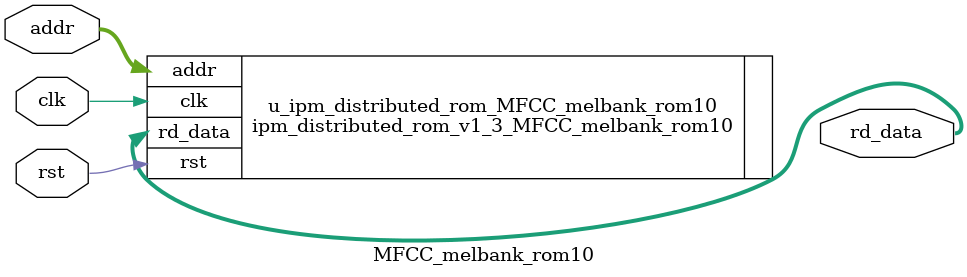
<source format=v>


`timescale 1 ns / 1 ps
module MFCC_melbank_rom10
    (
     addr        ,
     rst         ,
     clk         ,
     rd_data
    );

    localparam ADDR_WIDTH = 9 ; //@IPC int 4,10

    localparam DATA_WIDTH = 8 ; //@IPC int 1,256

    localparam RST_TYPE = "ASYNC" ; //@IPC enum ASYNC,SYNC

    localparam OUT_REG = 0 ; //@IPC bool

    localparam INIT_ENABLE = 1 ; //@IPC bool

    localparam INIT_FILE = "D:/PDS_FPGA/Audio_test/ipcore/MFCC_melbank_rom10/rtl/output9_MFCC_melbank_rom10.dat" ; //@IPC string

    localparam FILE_FORMAT = "BIN" ; //@IPC enum BIN,HEX


     output   wire  [DATA_WIDTH-1:0]       rd_data ;
     input    wire  [ADDR_WIDTH-1:0]       addr    ;
     input                                 clk     ;
     input                                 rst     ;

ipm_distributed_rom_v1_3_MFCC_melbank_rom10
   #(
     .ADDR_WIDTH    (ADDR_WIDTH     ), //address width   range:4-10
     .DATA_WIDTH    (DATA_WIDTH     ), //data width      range:4-256
     .RST_TYPE      (RST_TYPE       ), //reset type   "ASYNC_RESET" "SYNC_RESET"
     .OUT_REG       (OUT_REG        ), //output options :non_register(0)  register(1)
     .INIT_FILE     (INIT_FILE      ), //legal value:"NONE" or "initial file name"
     .FILE_FORMAT   (FILE_FORMAT    )  //initial data format : "bin" or "hex"
    )u_ipm_distributed_rom_MFCC_melbank_rom10
    (
     .rd_data       (rd_data        ),
     .addr          (addr           ),
     .clk           (clk            ),
     .rst           (rst            )

    );
endmodule

</source>
